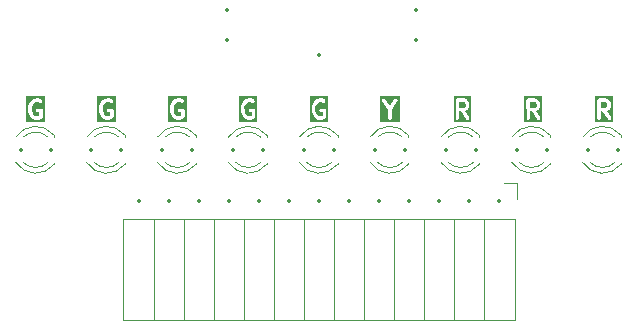
<source format=gto>
%TF.GenerationSoftware,KiCad,Pcbnew,8.0.1*%
%TF.CreationDate,2024-06-22T15:15:02+02:00*%
%TF.ProjectId,BMW E30 VFL SI Indicator,424d5720-4533-4302-9056-464c20534920,rev?*%
%TF.SameCoordinates,Original*%
%TF.FileFunction,Legend,Top*%
%TF.FilePolarity,Positive*%
%FSLAX46Y46*%
G04 Gerber Fmt 4.6, Leading zero omitted, Abs format (unit mm)*
G04 Created by KiCad (PCBNEW 8.0.1) date 2024-06-22 15:15:02*
%MOMM*%
%LPD*%
G01*
G04 APERTURE LIST*
%ADD10C,0.300000*%
%ADD11C,0.120000*%
%ADD12C,0.350000*%
G04 APERTURE END LIST*
D10*
G36*
X168634691Y-81991680D02*
G01*
X168673357Y-82028671D01*
X168720031Y-82118568D01*
X168721733Y-82262339D01*
X168678800Y-82351581D01*
X168641809Y-82390246D01*
X168552351Y-82436693D01*
X168371966Y-82437558D01*
X168366402Y-82436577D01*
X168361748Y-82437608D01*
X168160885Y-82438571D01*
X168159964Y-81950120D01*
X168544469Y-81948275D01*
X168634691Y-81991680D01*
G37*
G36*
X169186320Y-83617460D02*
G01*
X167695843Y-83617460D01*
X167695843Y-81800828D01*
X167862510Y-81800828D01*
X167865392Y-83330092D01*
X167887790Y-83384164D01*
X167929174Y-83425548D01*
X167983246Y-83447946D01*
X168041774Y-83447946D01*
X168095846Y-83425548D01*
X168137230Y-83384164D01*
X168159628Y-83330092D01*
X168162510Y-83300828D01*
X168161445Y-82735827D01*
X168290918Y-82735206D01*
X168765911Y-83409169D01*
X168815268Y-83440622D01*
X168872904Y-83450793D01*
X168930046Y-83438134D01*
X168977994Y-83404570D01*
X169009447Y-83355213D01*
X169019618Y-83297577D01*
X169006959Y-83240435D01*
X168992538Y-83214809D01*
X168645732Y-82722729D01*
X168651021Y-82720706D01*
X168793562Y-82646697D01*
X168810131Y-82639835D01*
X168815901Y-82635099D01*
X168818764Y-82633613D01*
X168821360Y-82630619D01*
X168832862Y-82621180D01*
X168904763Y-82546024D01*
X168916724Y-82535652D01*
X168920641Y-82529428D01*
X168922946Y-82527020D01*
X168924462Y-82523358D01*
X168932389Y-82510767D01*
X168992295Y-82386241D01*
X168994373Y-82384164D01*
X169001051Y-82368041D01*
X169014327Y-82340446D01*
X169014708Y-82335070D01*
X169016771Y-82330092D01*
X169019653Y-82300828D01*
X169017378Y-82108594D01*
X169018475Y-82105304D01*
X169017112Y-82086125D01*
X169016771Y-82057278D01*
X169014708Y-82052299D01*
X169014327Y-82046924D01*
X169003817Y-82019461D01*
X168929808Y-81876918D01*
X168922945Y-81860349D01*
X168918209Y-81854578D01*
X168916724Y-81851718D01*
X168913732Y-81849123D01*
X168904290Y-81837618D01*
X168829143Y-81765725D01*
X168818764Y-81753758D01*
X168812535Y-81749837D01*
X168810130Y-81747536D01*
X168806473Y-81746021D01*
X168793878Y-81738093D01*
X168669353Y-81678186D01*
X168667275Y-81676108D01*
X168651143Y-81669426D01*
X168623558Y-81656155D01*
X168618183Y-81655773D01*
X168613203Y-81653710D01*
X168583939Y-81650828D01*
X167983246Y-81653710D01*
X167929174Y-81676108D01*
X167887790Y-81717492D01*
X167865392Y-81771564D01*
X167862510Y-81800828D01*
X167695843Y-81800828D01*
X167695843Y-81484161D01*
X169186320Y-81484161D01*
X169186320Y-83617460D01*
G37*
G36*
X133086320Y-83617495D02*
G01*
X131524415Y-83617495D01*
X131524415Y-82443685D01*
X131691082Y-82443685D01*
X131693523Y-82650042D01*
X131691259Y-82665262D01*
X131693916Y-82683232D01*
X131693964Y-82687235D01*
X131694811Y-82689279D01*
X131695561Y-82694351D01*
X131766818Y-82968971D01*
X131767837Y-82983304D01*
X131776225Y-83005224D01*
X131776882Y-83007756D01*
X131777526Y-83008626D01*
X131778346Y-83010767D01*
X131852356Y-83153310D01*
X131859218Y-83169877D01*
X131863953Y-83175647D01*
X131865440Y-83178510D01*
X131868433Y-83181106D01*
X131877873Y-83192608D01*
X132006790Y-83318353D01*
X132008297Y-83321367D01*
X132022582Y-83333757D01*
X132043460Y-83354121D01*
X132048439Y-83356183D01*
X132052511Y-83359715D01*
X132079362Y-83371703D01*
X132293991Y-83440561D01*
X132311818Y-83447946D01*
X132319306Y-83448683D01*
X132322322Y-83449651D01*
X132326276Y-83449369D01*
X132341082Y-83450828D01*
X132485289Y-83448413D01*
X132502699Y-83449651D01*
X132509958Y-83448000D01*
X132513203Y-83447946D01*
X132516860Y-83446430D01*
X132531373Y-83443131D01*
X132723936Y-83376518D01*
X132727489Y-83376518D01*
X132745483Y-83369064D01*
X132772510Y-83359715D01*
X132776583Y-83356181D01*
X132781561Y-83354120D01*
X132804292Y-83335465D01*
X132894374Y-83241306D01*
X132914545Y-83192608D01*
X132916771Y-83187235D01*
X132919653Y-83157971D01*
X132916771Y-82628707D01*
X132894373Y-82574635D01*
X132852989Y-82533251D01*
X132798917Y-82510853D01*
X132769653Y-82507971D01*
X132454675Y-82510853D01*
X132400603Y-82533251D01*
X132359219Y-82574635D01*
X132336821Y-82628707D01*
X132336821Y-82687235D01*
X132359219Y-82741307D01*
X132400603Y-82782691D01*
X132454675Y-82805089D01*
X132483939Y-82807971D01*
X132620462Y-82806721D01*
X132622034Y-83095338D01*
X132619594Y-83097888D01*
X132465674Y-83151133D01*
X132370447Y-83152728D01*
X132210332Y-83101359D01*
X132109623Y-83003127D01*
X132056192Y-82900220D01*
X131990974Y-82648873D01*
X131988865Y-82470660D01*
X132049225Y-82219749D01*
X132103108Y-82107746D01*
X132204071Y-82004236D01*
X132359075Y-81950615D01*
X132516879Y-81948747D01*
X132658606Y-82016930D01*
X132716986Y-82021079D01*
X132772508Y-82002572D01*
X132816724Y-81964225D01*
X132842898Y-81911876D01*
X132847047Y-81853496D01*
X132828539Y-81797973D01*
X132790193Y-81753758D01*
X132765307Y-81738093D01*
X132640782Y-81678186D01*
X132638704Y-81676108D01*
X132622572Y-81669426D01*
X132594987Y-81656155D01*
X132589612Y-81655773D01*
X132584632Y-81653710D01*
X132555368Y-81650828D01*
X132341376Y-81653360D01*
X132322321Y-81652006D01*
X132314992Y-81653672D01*
X132311818Y-81653710D01*
X132308156Y-81655226D01*
X132293647Y-81658526D01*
X132101087Y-81725139D01*
X132097533Y-81725139D01*
X132079524Y-81732598D01*
X132052511Y-81741943D01*
X132048441Y-81745472D01*
X132043460Y-81747536D01*
X132020730Y-81766191D01*
X131879708Y-81910771D01*
X131865440Y-81923146D01*
X131861439Y-81929501D01*
X131859218Y-81931779D01*
X131857702Y-81935438D01*
X131849775Y-81948032D01*
X131784632Y-82083439D01*
X131776882Y-82093900D01*
X131769038Y-82115854D01*
X131767837Y-82118352D01*
X131767760Y-82119432D01*
X131766989Y-82121591D01*
X131700120Y-82399559D01*
X131693964Y-82414421D01*
X131692175Y-82432586D01*
X131691259Y-82436394D01*
X131691584Y-82438581D01*
X131691082Y-82443685D01*
X131524415Y-82443685D01*
X131524415Y-81484161D01*
X133086320Y-81484161D01*
X133086320Y-83617495D01*
G37*
G36*
X145086320Y-83617495D02*
G01*
X143524415Y-83617495D01*
X143524415Y-82443685D01*
X143691082Y-82443685D01*
X143693523Y-82650042D01*
X143691259Y-82665262D01*
X143693916Y-82683232D01*
X143693964Y-82687235D01*
X143694811Y-82689279D01*
X143695561Y-82694351D01*
X143766818Y-82968971D01*
X143767837Y-82983304D01*
X143776225Y-83005224D01*
X143776882Y-83007756D01*
X143777526Y-83008626D01*
X143778346Y-83010767D01*
X143852356Y-83153310D01*
X143859218Y-83169877D01*
X143863953Y-83175647D01*
X143865440Y-83178510D01*
X143868433Y-83181106D01*
X143877873Y-83192608D01*
X144006790Y-83318353D01*
X144008297Y-83321367D01*
X144022582Y-83333757D01*
X144043460Y-83354121D01*
X144048439Y-83356183D01*
X144052511Y-83359715D01*
X144079362Y-83371703D01*
X144293991Y-83440561D01*
X144311818Y-83447946D01*
X144319306Y-83448683D01*
X144322322Y-83449651D01*
X144326276Y-83449369D01*
X144341082Y-83450828D01*
X144485289Y-83448413D01*
X144502699Y-83449651D01*
X144509958Y-83448000D01*
X144513203Y-83447946D01*
X144516860Y-83446430D01*
X144531373Y-83443131D01*
X144723936Y-83376518D01*
X144727489Y-83376518D01*
X144745483Y-83369064D01*
X144772510Y-83359715D01*
X144776583Y-83356181D01*
X144781561Y-83354120D01*
X144804292Y-83335465D01*
X144894374Y-83241306D01*
X144914545Y-83192608D01*
X144916771Y-83187235D01*
X144919653Y-83157971D01*
X144916771Y-82628707D01*
X144894373Y-82574635D01*
X144852989Y-82533251D01*
X144798917Y-82510853D01*
X144769653Y-82507971D01*
X144454675Y-82510853D01*
X144400603Y-82533251D01*
X144359219Y-82574635D01*
X144336821Y-82628707D01*
X144336821Y-82687235D01*
X144359219Y-82741307D01*
X144400603Y-82782691D01*
X144454675Y-82805089D01*
X144483939Y-82807971D01*
X144620462Y-82806721D01*
X144622034Y-83095338D01*
X144619594Y-83097888D01*
X144465674Y-83151133D01*
X144370447Y-83152728D01*
X144210332Y-83101359D01*
X144109623Y-83003127D01*
X144056192Y-82900220D01*
X143990974Y-82648873D01*
X143988865Y-82470660D01*
X144049225Y-82219749D01*
X144103108Y-82107746D01*
X144204071Y-82004236D01*
X144359075Y-81950615D01*
X144516879Y-81948747D01*
X144658606Y-82016930D01*
X144716986Y-82021079D01*
X144772508Y-82002572D01*
X144816724Y-81964225D01*
X144842898Y-81911876D01*
X144847047Y-81853496D01*
X144828539Y-81797973D01*
X144790193Y-81753758D01*
X144765307Y-81738093D01*
X144640782Y-81678186D01*
X144638704Y-81676108D01*
X144622572Y-81669426D01*
X144594987Y-81656155D01*
X144589612Y-81655773D01*
X144584632Y-81653710D01*
X144555368Y-81650828D01*
X144341376Y-81653360D01*
X144322321Y-81652006D01*
X144314992Y-81653672D01*
X144311818Y-81653710D01*
X144308156Y-81655226D01*
X144293647Y-81658526D01*
X144101087Y-81725139D01*
X144097533Y-81725139D01*
X144079524Y-81732598D01*
X144052511Y-81741943D01*
X144048441Y-81745472D01*
X144043460Y-81747536D01*
X144020730Y-81766191D01*
X143879708Y-81910771D01*
X143865440Y-81923146D01*
X143861439Y-81929501D01*
X143859218Y-81931779D01*
X143857702Y-81935438D01*
X143849775Y-81948032D01*
X143784632Y-82083439D01*
X143776882Y-82093900D01*
X143769038Y-82115854D01*
X143767837Y-82118352D01*
X143767760Y-82119432D01*
X143766989Y-82121591D01*
X143700120Y-82399559D01*
X143693964Y-82414421D01*
X143692175Y-82432586D01*
X143691259Y-82436394D01*
X143691584Y-82438581D01*
X143691082Y-82443685D01*
X143524415Y-82443685D01*
X143524415Y-81484161D01*
X145086320Y-81484161D01*
X145086320Y-83617495D01*
G37*
G36*
X139086320Y-83617495D02*
G01*
X137524415Y-83617495D01*
X137524415Y-82443685D01*
X137691082Y-82443685D01*
X137693523Y-82650042D01*
X137691259Y-82665262D01*
X137693916Y-82683232D01*
X137693964Y-82687235D01*
X137694811Y-82689279D01*
X137695561Y-82694351D01*
X137766818Y-82968971D01*
X137767837Y-82983304D01*
X137776225Y-83005224D01*
X137776882Y-83007756D01*
X137777526Y-83008626D01*
X137778346Y-83010767D01*
X137852356Y-83153310D01*
X137859218Y-83169877D01*
X137863953Y-83175647D01*
X137865440Y-83178510D01*
X137868433Y-83181106D01*
X137877873Y-83192608D01*
X138006790Y-83318353D01*
X138008297Y-83321367D01*
X138022582Y-83333757D01*
X138043460Y-83354121D01*
X138048439Y-83356183D01*
X138052511Y-83359715D01*
X138079362Y-83371703D01*
X138293991Y-83440561D01*
X138311818Y-83447946D01*
X138319306Y-83448683D01*
X138322322Y-83449651D01*
X138326276Y-83449369D01*
X138341082Y-83450828D01*
X138485289Y-83448413D01*
X138502699Y-83449651D01*
X138509958Y-83448000D01*
X138513203Y-83447946D01*
X138516860Y-83446430D01*
X138531373Y-83443131D01*
X138723936Y-83376518D01*
X138727489Y-83376518D01*
X138745483Y-83369064D01*
X138772510Y-83359715D01*
X138776583Y-83356181D01*
X138781561Y-83354120D01*
X138804292Y-83335465D01*
X138894374Y-83241306D01*
X138914545Y-83192608D01*
X138916771Y-83187235D01*
X138919653Y-83157971D01*
X138916771Y-82628707D01*
X138894373Y-82574635D01*
X138852989Y-82533251D01*
X138798917Y-82510853D01*
X138769653Y-82507971D01*
X138454675Y-82510853D01*
X138400603Y-82533251D01*
X138359219Y-82574635D01*
X138336821Y-82628707D01*
X138336821Y-82687235D01*
X138359219Y-82741307D01*
X138400603Y-82782691D01*
X138454675Y-82805089D01*
X138483939Y-82807971D01*
X138620462Y-82806721D01*
X138622034Y-83095338D01*
X138619594Y-83097888D01*
X138465674Y-83151133D01*
X138370447Y-83152728D01*
X138210332Y-83101359D01*
X138109623Y-83003127D01*
X138056192Y-82900220D01*
X137990974Y-82648873D01*
X137988865Y-82470660D01*
X138049225Y-82219749D01*
X138103108Y-82107746D01*
X138204071Y-82004236D01*
X138359075Y-81950615D01*
X138516879Y-81948747D01*
X138658606Y-82016930D01*
X138716986Y-82021079D01*
X138772508Y-82002572D01*
X138816724Y-81964225D01*
X138842898Y-81911876D01*
X138847047Y-81853496D01*
X138828539Y-81797973D01*
X138790193Y-81753758D01*
X138765307Y-81738093D01*
X138640782Y-81678186D01*
X138638704Y-81676108D01*
X138622572Y-81669426D01*
X138594987Y-81656155D01*
X138589612Y-81655773D01*
X138584632Y-81653710D01*
X138555368Y-81650828D01*
X138341376Y-81653360D01*
X138322321Y-81652006D01*
X138314992Y-81653672D01*
X138311818Y-81653710D01*
X138308156Y-81655226D01*
X138293647Y-81658526D01*
X138101087Y-81725139D01*
X138097533Y-81725139D01*
X138079524Y-81732598D01*
X138052511Y-81741943D01*
X138048441Y-81745472D01*
X138043460Y-81747536D01*
X138020730Y-81766191D01*
X137879708Y-81910771D01*
X137865440Y-81923146D01*
X137861439Y-81929501D01*
X137859218Y-81931779D01*
X137857702Y-81935438D01*
X137849775Y-81948032D01*
X137784632Y-82083439D01*
X137776882Y-82093900D01*
X137769038Y-82115854D01*
X137767837Y-82118352D01*
X137767760Y-82119432D01*
X137766989Y-82121591D01*
X137700120Y-82399559D01*
X137693964Y-82414421D01*
X137692175Y-82432586D01*
X137691259Y-82436394D01*
X137691584Y-82438581D01*
X137691082Y-82443685D01*
X137524415Y-82443685D01*
X137524415Y-81484161D01*
X139086320Y-81484161D01*
X139086320Y-83617495D01*
G37*
G36*
X151086320Y-83617495D02*
G01*
X149524415Y-83617495D01*
X149524415Y-82443685D01*
X149691082Y-82443685D01*
X149693523Y-82650042D01*
X149691259Y-82665262D01*
X149693916Y-82683232D01*
X149693964Y-82687235D01*
X149694811Y-82689279D01*
X149695561Y-82694351D01*
X149766818Y-82968971D01*
X149767837Y-82983304D01*
X149776225Y-83005224D01*
X149776882Y-83007756D01*
X149777526Y-83008626D01*
X149778346Y-83010767D01*
X149852356Y-83153310D01*
X149859218Y-83169877D01*
X149863953Y-83175647D01*
X149865440Y-83178510D01*
X149868433Y-83181106D01*
X149877873Y-83192608D01*
X150006790Y-83318353D01*
X150008297Y-83321367D01*
X150022582Y-83333757D01*
X150043460Y-83354121D01*
X150048439Y-83356183D01*
X150052511Y-83359715D01*
X150079362Y-83371703D01*
X150293991Y-83440561D01*
X150311818Y-83447946D01*
X150319306Y-83448683D01*
X150322322Y-83449651D01*
X150326276Y-83449369D01*
X150341082Y-83450828D01*
X150485289Y-83448413D01*
X150502699Y-83449651D01*
X150509958Y-83448000D01*
X150513203Y-83447946D01*
X150516860Y-83446430D01*
X150531373Y-83443131D01*
X150723936Y-83376518D01*
X150727489Y-83376518D01*
X150745483Y-83369064D01*
X150772510Y-83359715D01*
X150776583Y-83356181D01*
X150781561Y-83354120D01*
X150804292Y-83335465D01*
X150894374Y-83241306D01*
X150914545Y-83192608D01*
X150916771Y-83187235D01*
X150919653Y-83157971D01*
X150916771Y-82628707D01*
X150894373Y-82574635D01*
X150852989Y-82533251D01*
X150798917Y-82510853D01*
X150769653Y-82507971D01*
X150454675Y-82510853D01*
X150400603Y-82533251D01*
X150359219Y-82574635D01*
X150336821Y-82628707D01*
X150336821Y-82687235D01*
X150359219Y-82741307D01*
X150400603Y-82782691D01*
X150454675Y-82805089D01*
X150483939Y-82807971D01*
X150620462Y-82806721D01*
X150622034Y-83095338D01*
X150619594Y-83097888D01*
X150465674Y-83151133D01*
X150370447Y-83152728D01*
X150210332Y-83101359D01*
X150109623Y-83003127D01*
X150056192Y-82900220D01*
X149990974Y-82648873D01*
X149988865Y-82470660D01*
X150049225Y-82219749D01*
X150103108Y-82107746D01*
X150204071Y-82004236D01*
X150359075Y-81950615D01*
X150516879Y-81948747D01*
X150658606Y-82016930D01*
X150716986Y-82021079D01*
X150772508Y-82002572D01*
X150816724Y-81964225D01*
X150842898Y-81911876D01*
X150847047Y-81853496D01*
X150828539Y-81797973D01*
X150790193Y-81753758D01*
X150765307Y-81738093D01*
X150640782Y-81678186D01*
X150638704Y-81676108D01*
X150622572Y-81669426D01*
X150594987Y-81656155D01*
X150589612Y-81655773D01*
X150584632Y-81653710D01*
X150555368Y-81650828D01*
X150341376Y-81653360D01*
X150322321Y-81652006D01*
X150314992Y-81653672D01*
X150311818Y-81653710D01*
X150308156Y-81655226D01*
X150293647Y-81658526D01*
X150101087Y-81725139D01*
X150097533Y-81725139D01*
X150079524Y-81732598D01*
X150052511Y-81741943D01*
X150048441Y-81745472D01*
X150043460Y-81747536D01*
X150020730Y-81766191D01*
X149879708Y-81910771D01*
X149865440Y-81923146D01*
X149861439Y-81929501D01*
X149859218Y-81931779D01*
X149857702Y-81935438D01*
X149849775Y-81948032D01*
X149784632Y-82083439D01*
X149776882Y-82093900D01*
X149769038Y-82115854D01*
X149767837Y-82118352D01*
X149767760Y-82119432D01*
X149766989Y-82121591D01*
X149700120Y-82399559D01*
X149693964Y-82414421D01*
X149692175Y-82432586D01*
X149691259Y-82436394D01*
X149691584Y-82438581D01*
X149691082Y-82443685D01*
X149524415Y-82443685D01*
X149524415Y-81484161D01*
X151086320Y-81484161D01*
X151086320Y-83617495D01*
G37*
G36*
X157114854Y-83614613D02*
G01*
X155481595Y-83614613D01*
X155481595Y-81797480D01*
X155648262Y-81797480D01*
X155658396Y-81855123D01*
X155671676Y-81881359D01*
X156148376Y-82625521D01*
X156151107Y-83330092D01*
X156173505Y-83384164D01*
X156214889Y-83425548D01*
X156268961Y-83447946D01*
X156327489Y-83447946D01*
X156381561Y-83425548D01*
X156422945Y-83384164D01*
X156445343Y-83330092D01*
X156448225Y-83300828D01*
X156445640Y-82634064D01*
X156938054Y-81855123D01*
X156948187Y-81797480D01*
X156935491Y-81740348D01*
X156901898Y-81692422D01*
X156852520Y-81660999D01*
X156794877Y-81650866D01*
X156737744Y-81663562D01*
X156689818Y-81697155D01*
X156671676Y-81720297D01*
X156299050Y-82309747D01*
X155906632Y-81697155D01*
X155858705Y-81663562D01*
X155801573Y-81650865D01*
X155743930Y-81660999D01*
X155694552Y-81692421D01*
X155660959Y-81740348D01*
X155648262Y-81797480D01*
X155481595Y-81797480D01*
X155481595Y-81484198D01*
X157114854Y-81484198D01*
X157114854Y-83614613D01*
G37*
G36*
X174634691Y-81991680D02*
G01*
X174673357Y-82028671D01*
X174720031Y-82118568D01*
X174721733Y-82262339D01*
X174678800Y-82351581D01*
X174641809Y-82390246D01*
X174552351Y-82436693D01*
X174371966Y-82437558D01*
X174366402Y-82436577D01*
X174361748Y-82437608D01*
X174160885Y-82438571D01*
X174159964Y-81950120D01*
X174544469Y-81948275D01*
X174634691Y-81991680D01*
G37*
G36*
X175186320Y-83617460D02*
G01*
X173695843Y-83617460D01*
X173695843Y-81800828D01*
X173862510Y-81800828D01*
X173865392Y-83330092D01*
X173887790Y-83384164D01*
X173929174Y-83425548D01*
X173983246Y-83447946D01*
X174041774Y-83447946D01*
X174095846Y-83425548D01*
X174137230Y-83384164D01*
X174159628Y-83330092D01*
X174162510Y-83300828D01*
X174161445Y-82735827D01*
X174290918Y-82735206D01*
X174765911Y-83409169D01*
X174815268Y-83440622D01*
X174872904Y-83450793D01*
X174930046Y-83438134D01*
X174977994Y-83404570D01*
X175009447Y-83355213D01*
X175019618Y-83297577D01*
X175006959Y-83240435D01*
X174992538Y-83214809D01*
X174645732Y-82722729D01*
X174651021Y-82720706D01*
X174793562Y-82646697D01*
X174810131Y-82639835D01*
X174815901Y-82635099D01*
X174818764Y-82633613D01*
X174821360Y-82630619D01*
X174832862Y-82621180D01*
X174904763Y-82546024D01*
X174916724Y-82535652D01*
X174920641Y-82529428D01*
X174922946Y-82527020D01*
X174924462Y-82523358D01*
X174932389Y-82510767D01*
X174992295Y-82386241D01*
X174994373Y-82384164D01*
X175001051Y-82368041D01*
X175014327Y-82340446D01*
X175014708Y-82335070D01*
X175016771Y-82330092D01*
X175019653Y-82300828D01*
X175017378Y-82108594D01*
X175018475Y-82105304D01*
X175017112Y-82086125D01*
X175016771Y-82057278D01*
X175014708Y-82052299D01*
X175014327Y-82046924D01*
X175003817Y-82019461D01*
X174929808Y-81876918D01*
X174922945Y-81860349D01*
X174918209Y-81854578D01*
X174916724Y-81851718D01*
X174913732Y-81849123D01*
X174904290Y-81837618D01*
X174829143Y-81765725D01*
X174818764Y-81753758D01*
X174812535Y-81749837D01*
X174810130Y-81747536D01*
X174806473Y-81746021D01*
X174793878Y-81738093D01*
X174669353Y-81678186D01*
X174667275Y-81676108D01*
X174651143Y-81669426D01*
X174623558Y-81656155D01*
X174618183Y-81655773D01*
X174613203Y-81653710D01*
X174583939Y-81650828D01*
X173983246Y-81653710D01*
X173929174Y-81676108D01*
X173887790Y-81717492D01*
X173865392Y-81771564D01*
X173862510Y-81800828D01*
X173695843Y-81800828D01*
X173695843Y-81484161D01*
X175186320Y-81484161D01*
X175186320Y-83617460D01*
G37*
G36*
X127086320Y-83617495D02*
G01*
X125524415Y-83617495D01*
X125524415Y-82443685D01*
X125691082Y-82443685D01*
X125693523Y-82650042D01*
X125691259Y-82665262D01*
X125693916Y-82683232D01*
X125693964Y-82687235D01*
X125694811Y-82689279D01*
X125695561Y-82694351D01*
X125766818Y-82968971D01*
X125767837Y-82983304D01*
X125776225Y-83005224D01*
X125776882Y-83007756D01*
X125777526Y-83008626D01*
X125778346Y-83010767D01*
X125852356Y-83153310D01*
X125859218Y-83169877D01*
X125863953Y-83175647D01*
X125865440Y-83178510D01*
X125868433Y-83181106D01*
X125877873Y-83192608D01*
X126006790Y-83318353D01*
X126008297Y-83321367D01*
X126022582Y-83333757D01*
X126043460Y-83354121D01*
X126048439Y-83356183D01*
X126052511Y-83359715D01*
X126079362Y-83371703D01*
X126293991Y-83440561D01*
X126311818Y-83447946D01*
X126319306Y-83448683D01*
X126322322Y-83449651D01*
X126326276Y-83449369D01*
X126341082Y-83450828D01*
X126485289Y-83448413D01*
X126502699Y-83449651D01*
X126509958Y-83448000D01*
X126513203Y-83447946D01*
X126516860Y-83446430D01*
X126531373Y-83443131D01*
X126723936Y-83376518D01*
X126727489Y-83376518D01*
X126745483Y-83369064D01*
X126772510Y-83359715D01*
X126776583Y-83356181D01*
X126781561Y-83354120D01*
X126804292Y-83335465D01*
X126894374Y-83241306D01*
X126914545Y-83192608D01*
X126916771Y-83187235D01*
X126919653Y-83157971D01*
X126916771Y-82628707D01*
X126894373Y-82574635D01*
X126852989Y-82533251D01*
X126798917Y-82510853D01*
X126769653Y-82507971D01*
X126454675Y-82510853D01*
X126400603Y-82533251D01*
X126359219Y-82574635D01*
X126336821Y-82628707D01*
X126336821Y-82687235D01*
X126359219Y-82741307D01*
X126400603Y-82782691D01*
X126454675Y-82805089D01*
X126483939Y-82807971D01*
X126620462Y-82806721D01*
X126622034Y-83095338D01*
X126619594Y-83097888D01*
X126465674Y-83151133D01*
X126370447Y-83152728D01*
X126210332Y-83101359D01*
X126109623Y-83003127D01*
X126056192Y-82900220D01*
X125990974Y-82648873D01*
X125988865Y-82470660D01*
X126049225Y-82219749D01*
X126103108Y-82107746D01*
X126204071Y-82004236D01*
X126359075Y-81950615D01*
X126516879Y-81948747D01*
X126658606Y-82016930D01*
X126716986Y-82021079D01*
X126772508Y-82002572D01*
X126816724Y-81964225D01*
X126842898Y-81911876D01*
X126847047Y-81853496D01*
X126828539Y-81797973D01*
X126790193Y-81753758D01*
X126765307Y-81738093D01*
X126640782Y-81678186D01*
X126638704Y-81676108D01*
X126622572Y-81669426D01*
X126594987Y-81656155D01*
X126589612Y-81655773D01*
X126584632Y-81653710D01*
X126555368Y-81650828D01*
X126341376Y-81653360D01*
X126322321Y-81652006D01*
X126314992Y-81653672D01*
X126311818Y-81653710D01*
X126308156Y-81655226D01*
X126293647Y-81658526D01*
X126101087Y-81725139D01*
X126097533Y-81725139D01*
X126079524Y-81732598D01*
X126052511Y-81741943D01*
X126048441Y-81745472D01*
X126043460Y-81747536D01*
X126020730Y-81766191D01*
X125879708Y-81910771D01*
X125865440Y-81923146D01*
X125861439Y-81929501D01*
X125859218Y-81931779D01*
X125857702Y-81935438D01*
X125849775Y-81948032D01*
X125784632Y-82083439D01*
X125776882Y-82093900D01*
X125769038Y-82115854D01*
X125767837Y-82118352D01*
X125767760Y-82119432D01*
X125766989Y-82121591D01*
X125700120Y-82399559D01*
X125693964Y-82414421D01*
X125692175Y-82432586D01*
X125691259Y-82436394D01*
X125691584Y-82438581D01*
X125691082Y-82443685D01*
X125524415Y-82443685D01*
X125524415Y-81484161D01*
X127086320Y-81484161D01*
X127086320Y-83617495D01*
G37*
G36*
X162634691Y-81991680D02*
G01*
X162673357Y-82028671D01*
X162720031Y-82118568D01*
X162721733Y-82262339D01*
X162678800Y-82351581D01*
X162641809Y-82390246D01*
X162552351Y-82436693D01*
X162371966Y-82437558D01*
X162366402Y-82436577D01*
X162361748Y-82437608D01*
X162160885Y-82438571D01*
X162159964Y-81950120D01*
X162544469Y-81948275D01*
X162634691Y-81991680D01*
G37*
G36*
X163186320Y-83617460D02*
G01*
X161695843Y-83617460D01*
X161695843Y-81800828D01*
X161862510Y-81800828D01*
X161865392Y-83330092D01*
X161887790Y-83384164D01*
X161929174Y-83425548D01*
X161983246Y-83447946D01*
X162041774Y-83447946D01*
X162095846Y-83425548D01*
X162137230Y-83384164D01*
X162159628Y-83330092D01*
X162162510Y-83300828D01*
X162161445Y-82735827D01*
X162290918Y-82735206D01*
X162765911Y-83409169D01*
X162815268Y-83440622D01*
X162872904Y-83450793D01*
X162930046Y-83438134D01*
X162977994Y-83404570D01*
X163009447Y-83355213D01*
X163019618Y-83297577D01*
X163006959Y-83240435D01*
X162992538Y-83214809D01*
X162645732Y-82722729D01*
X162651021Y-82720706D01*
X162793562Y-82646697D01*
X162810131Y-82639835D01*
X162815901Y-82635099D01*
X162818764Y-82633613D01*
X162821360Y-82630619D01*
X162832862Y-82621180D01*
X162904763Y-82546024D01*
X162916724Y-82535652D01*
X162920641Y-82529428D01*
X162922946Y-82527020D01*
X162924462Y-82523358D01*
X162932389Y-82510767D01*
X162992295Y-82386241D01*
X162994373Y-82384164D01*
X163001051Y-82368041D01*
X163014327Y-82340446D01*
X163014708Y-82335070D01*
X163016771Y-82330092D01*
X163019653Y-82300828D01*
X163017378Y-82108594D01*
X163018475Y-82105304D01*
X163017112Y-82086125D01*
X163016771Y-82057278D01*
X163014708Y-82052299D01*
X163014327Y-82046924D01*
X163003817Y-82019461D01*
X162929808Y-81876918D01*
X162922945Y-81860349D01*
X162918209Y-81854578D01*
X162916724Y-81851718D01*
X162913732Y-81849123D01*
X162904290Y-81837618D01*
X162829143Y-81765725D01*
X162818764Y-81753758D01*
X162812535Y-81749837D01*
X162810130Y-81747536D01*
X162806473Y-81746021D01*
X162793878Y-81738093D01*
X162669353Y-81678186D01*
X162667275Y-81676108D01*
X162651143Y-81669426D01*
X162623558Y-81656155D01*
X162618183Y-81655773D01*
X162613203Y-81653710D01*
X162583939Y-81650828D01*
X161983246Y-81653710D01*
X161929174Y-81676108D01*
X161887790Y-81717492D01*
X161865392Y-81771564D01*
X161862510Y-81800828D01*
X161695843Y-81800828D01*
X161695843Y-81484161D01*
X163186320Y-81484161D01*
X163186320Y-83617460D01*
G37*
D11*
%TO.C,D5*%
X151865000Y-84920000D02*
X151865000Y-84764000D01*
X151865000Y-87236000D02*
X151865000Y-87080000D01*
X148632666Y-84921392D02*
G75*
G02*
X151864999Y-84764485I1672334J-1078608D01*
G01*
X149263871Y-84920164D02*
G75*
G02*
X151345960Y-84920001I1041129J-1079836D01*
G01*
X151345960Y-87079999D02*
G75*
G02*
X149263871Y-87079836I-1040960J1079999D01*
G01*
X151864999Y-87235515D02*
G75*
G02*
X148632666Y-87078608I-1559999J1235515D01*
G01*
%TO.C,D9*%
X127865000Y-84920000D02*
X127865000Y-84764000D01*
X127865000Y-87236000D02*
X127865000Y-87080000D01*
X124632666Y-84921392D02*
G75*
G02*
X127864999Y-84764485I1672334J-1078608D01*
G01*
X125263871Y-84920164D02*
G75*
G02*
X127345960Y-84920001I1041129J-1079836D01*
G01*
X127345960Y-87079999D02*
G75*
G02*
X125263871Y-87079836I-1040960J1079999D01*
G01*
X127864999Y-87235515D02*
G75*
G02*
X124632666Y-87078608I-1559999J1235515D01*
G01*
%TO.C,D1*%
X175865000Y-84920000D02*
X175865000Y-84764000D01*
X175865000Y-87236000D02*
X175865000Y-87080000D01*
X172632666Y-84921392D02*
G75*
G02*
X175864999Y-84764485I1672334J-1078608D01*
G01*
X173263871Y-84920164D02*
G75*
G02*
X175345960Y-84920001I1041129J-1079836D01*
G01*
X175345960Y-87079999D02*
G75*
G02*
X173263871Y-87079836I-1040960J1079999D01*
G01*
X175864999Y-87235515D02*
G75*
G02*
X172632666Y-87078608I-1559999J1235515D01*
G01*
%TO.C,D4*%
X157865000Y-84920000D02*
X157865000Y-84764000D01*
X157865000Y-87236000D02*
X157865000Y-87080000D01*
X154632666Y-84921392D02*
G75*
G02*
X157864999Y-84764485I1672334J-1078608D01*
G01*
X155263871Y-84920164D02*
G75*
G02*
X157345960Y-84920001I1041129J-1079836D01*
G01*
X157345960Y-87079999D02*
G75*
G02*
X155263871Y-87079836I-1040960J1079999D01*
G01*
X157864999Y-87235515D02*
G75*
G02*
X154632666Y-87078608I-1559999J1235515D01*
G01*
%TO.C,D6*%
X145865000Y-84920000D02*
X145865000Y-84764000D01*
X145865000Y-87236000D02*
X145865000Y-87080000D01*
X142632666Y-84921392D02*
G75*
G02*
X145864999Y-84764485I1672334J-1078608D01*
G01*
X143263871Y-84920164D02*
G75*
G02*
X145345960Y-84920001I1041129J-1079836D01*
G01*
X145345960Y-87079999D02*
G75*
G02*
X143263871Y-87079836I-1040960J1079999D01*
G01*
X145864999Y-87235515D02*
G75*
G02*
X142632666Y-87078608I-1559999J1235515D01*
G01*
%TO.C,D7*%
X139865000Y-84920000D02*
X139865000Y-84764000D01*
X139865000Y-87236000D02*
X139865000Y-87080000D01*
X136632666Y-84921392D02*
G75*
G02*
X139864999Y-84764485I1672334J-1078608D01*
G01*
X137263871Y-84920164D02*
G75*
G02*
X139345960Y-84920001I1041129J-1079836D01*
G01*
X139345960Y-87079999D02*
G75*
G02*
X137263871Y-87079836I-1040960J1079999D01*
G01*
X139864999Y-87235515D02*
G75*
G02*
X136632666Y-87078608I-1559999J1235515D01*
G01*
%TO.C,D8*%
X133865000Y-84920000D02*
X133865000Y-84764000D01*
X133865000Y-87236000D02*
X133865000Y-87080000D01*
X130632666Y-84921392D02*
G75*
G02*
X133864999Y-84764485I1672334J-1078608D01*
G01*
X131263871Y-84920164D02*
G75*
G02*
X133345960Y-84920001I1041129J-1079836D01*
G01*
X133345960Y-87079999D02*
G75*
G02*
X131263871Y-87079836I-1040960J1079999D01*
G01*
X133864999Y-87235515D02*
G75*
G02*
X130632666Y-87078608I-1559999J1235515D01*
G01*
%TO.C,D3*%
X163865000Y-84920000D02*
X163865000Y-84764000D01*
X163865000Y-87236000D02*
X163865000Y-87080000D01*
X160632666Y-84921392D02*
G75*
G02*
X163864999Y-84764485I1672334J-1078608D01*
G01*
X161263871Y-84920164D02*
G75*
G02*
X163345960Y-84920001I1041129J-1079836D01*
G01*
X163345960Y-87079999D02*
G75*
G02*
X161263871Y-87079836I-1040960J1079999D01*
G01*
X163864999Y-87235515D02*
G75*
G02*
X160632666Y-87078608I-1559999J1235515D01*
G01*
%TO.C,J1*%
X133730000Y-91820000D02*
X166870000Y-91820000D01*
X133730000Y-100450000D02*
X133730000Y-91820000D01*
X133730000Y-100450000D02*
X166870000Y-100450000D01*
X136330000Y-100450000D02*
X136330000Y-91820000D01*
X138870000Y-100450000D02*
X138870000Y-91820000D01*
X141410000Y-100450000D02*
X141410000Y-91820000D01*
X143950000Y-100450000D02*
X143950000Y-91820000D01*
X146490000Y-100450000D02*
X146490000Y-91820000D01*
X149030000Y-100450000D02*
X149030000Y-91820000D01*
X151570000Y-100450000D02*
X151570000Y-91820000D01*
X154110000Y-100450000D02*
X154110000Y-91820000D01*
X156650000Y-100450000D02*
X156650000Y-91820000D01*
X159190000Y-100450000D02*
X159190000Y-91820000D01*
X161730000Y-100450000D02*
X161730000Y-91820000D01*
X164270000Y-100450000D02*
X164270000Y-91820000D01*
X165954000Y-88836000D02*
X167064000Y-88836000D01*
X166870000Y-100450000D02*
X166870000Y-91820000D01*
X167064000Y-88836000D02*
X167064000Y-90166000D01*
%TO.C,D2*%
X169865000Y-84920000D02*
X169865000Y-84764000D01*
X169865000Y-87236000D02*
X169865000Y-87080000D01*
X166632666Y-84921392D02*
G75*
G02*
X169864999Y-84764485I1672334J-1078608D01*
G01*
X167263871Y-84920164D02*
G75*
G02*
X169345960Y-84920001I1041129J-1079836D01*
G01*
X169345960Y-87079999D02*
G75*
G02*
X167263871Y-87079836I-1040960J1079999D01*
G01*
X169864999Y-87235515D02*
G75*
G02*
X166632666Y-87078608I-1559999J1235515D01*
G01*
%TD*%
D12*
X151575000Y-86000000D03*
X149035000Y-86000000D03*
X127575000Y-86000000D03*
X125035000Y-86000000D03*
X175575000Y-86000000D03*
X173035000Y-86000000D03*
X157575000Y-86000000D03*
X155035000Y-86000000D03*
X145575000Y-86000000D03*
X143035000Y-86000000D03*
X139575000Y-86000000D03*
X137035000Y-86000000D03*
X133575000Y-86000000D03*
X131035000Y-86000000D03*
X158500000Y-76700000D03*
X158500000Y-74160000D03*
X142500000Y-74160000D03*
X142500000Y-76700000D03*
X163575000Y-86000000D03*
X161035000Y-86000000D03*
X150300000Y-78000000D03*
X165540000Y-90360000D03*
X163000000Y-90360000D03*
X160460000Y-90360000D03*
X157920000Y-90360000D03*
X155380000Y-90360000D03*
X152840000Y-90360000D03*
X150300000Y-90360000D03*
X147760000Y-90360000D03*
X145220000Y-90360000D03*
X142680000Y-90360000D03*
X140140000Y-90360000D03*
X137600000Y-90360000D03*
X135060000Y-90360000D03*
X169575000Y-86000000D03*
X167035000Y-86000000D03*
M02*

</source>
